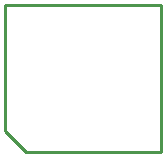
<source format=gko>
G04 ---------------------------- Layer name :KeepOutLayer*
G04 EasyEDA v5.4.12, Wed, 30 May 2018 18:18:05 GMT*
G04 5ddd2809abea4f13a97f4610e2c86d9f*
G04 Gerber Generator version 0.2*
G04 Scale: 100 percent, Rotated: No, Reflected: No *
G04 Dimensions in inches *
G04 leading zeros omitted , absolute positions ,2 integer and 4 decimal *
%FSLAX24Y24*%
%MOIN*%
G90*
G70D02*

%ADD10C,0.010000*%
G54D10*
G01X0Y4900D02*
G01X0Y700D01*
G01X700Y0D01*
G01X5200Y0D01*
G01X5200Y4900D01*
G01X100Y4900D01*
G01X100Y4900D02*
G01X0Y4900D01*

%LPD*%
M00*
M02*

</source>
